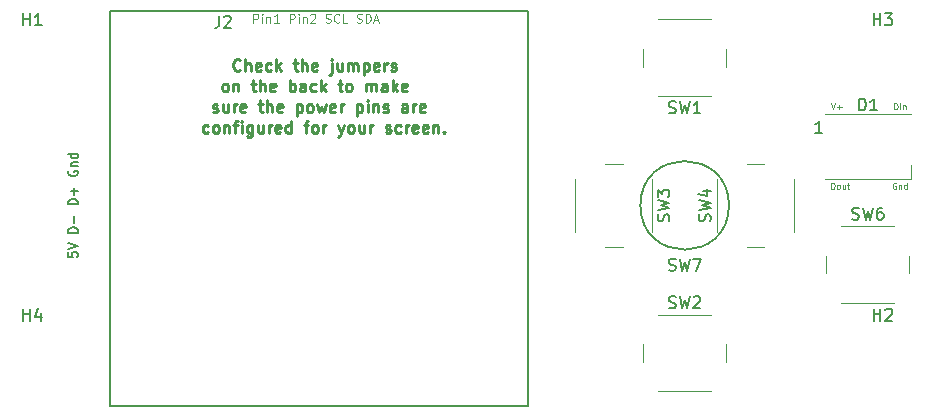
<source format=gbr>
G04 #@! TF.GenerationSoftware,KiCad,Pcbnew,(5.1.5)-3*
G04 #@! TF.CreationDate,2020-06-28T21:27:22-04:00*
G04 #@! TF.ProjectId,V0_Display,56305f44-6973-4706-9c61-792e6b696361,rev?*
G04 #@! TF.SameCoordinates,Original*
G04 #@! TF.FileFunction,Legend,Top*
G04 #@! TF.FilePolarity,Positive*
%FSLAX46Y46*%
G04 Gerber Fmt 4.6, Leading zero omitted, Abs format (unit mm)*
G04 Created by KiCad (PCBNEW (5.1.5)-3) date 2020-06-28 21:27:22*
%MOMM*%
%LPD*%
G04 APERTURE LIST*
%ADD10C,0.250000*%
%ADD11C,0.075000*%
%ADD12C,0.150000*%
%ADD13C,0.100000*%
%ADD14C,0.120000*%
G04 APERTURE END LIST*
D10*
X106803333Y-55662142D02*
X106755714Y-55709761D01*
X106612857Y-55757380D01*
X106517619Y-55757380D01*
X106374761Y-55709761D01*
X106279523Y-55614523D01*
X106231904Y-55519285D01*
X106184285Y-55328809D01*
X106184285Y-55185952D01*
X106231904Y-54995476D01*
X106279523Y-54900238D01*
X106374761Y-54805000D01*
X106517619Y-54757380D01*
X106612857Y-54757380D01*
X106755714Y-54805000D01*
X106803333Y-54852619D01*
X107231904Y-55757380D02*
X107231904Y-54757380D01*
X107660476Y-55757380D02*
X107660476Y-55233571D01*
X107612857Y-55138333D01*
X107517619Y-55090714D01*
X107374761Y-55090714D01*
X107279523Y-55138333D01*
X107231904Y-55185952D01*
X108517619Y-55709761D02*
X108422380Y-55757380D01*
X108231904Y-55757380D01*
X108136666Y-55709761D01*
X108089047Y-55614523D01*
X108089047Y-55233571D01*
X108136666Y-55138333D01*
X108231904Y-55090714D01*
X108422380Y-55090714D01*
X108517619Y-55138333D01*
X108565238Y-55233571D01*
X108565238Y-55328809D01*
X108089047Y-55424047D01*
X109422380Y-55709761D02*
X109327142Y-55757380D01*
X109136666Y-55757380D01*
X109041428Y-55709761D01*
X108993809Y-55662142D01*
X108946190Y-55566904D01*
X108946190Y-55281190D01*
X108993809Y-55185952D01*
X109041428Y-55138333D01*
X109136666Y-55090714D01*
X109327142Y-55090714D01*
X109422380Y-55138333D01*
X109850952Y-55757380D02*
X109850952Y-54757380D01*
X109946190Y-55376428D02*
X110231904Y-55757380D01*
X110231904Y-55090714D02*
X109850952Y-55471666D01*
X111279523Y-55090714D02*
X111660476Y-55090714D01*
X111422380Y-54757380D02*
X111422380Y-55614523D01*
X111470000Y-55709761D01*
X111565238Y-55757380D01*
X111660476Y-55757380D01*
X111993809Y-55757380D02*
X111993809Y-54757380D01*
X112422380Y-55757380D02*
X112422380Y-55233571D01*
X112374761Y-55138333D01*
X112279523Y-55090714D01*
X112136666Y-55090714D01*
X112041428Y-55138333D01*
X111993809Y-55185952D01*
X113279523Y-55709761D02*
X113184285Y-55757380D01*
X112993809Y-55757380D01*
X112898571Y-55709761D01*
X112850952Y-55614523D01*
X112850952Y-55233571D01*
X112898571Y-55138333D01*
X112993809Y-55090714D01*
X113184285Y-55090714D01*
X113279523Y-55138333D01*
X113327142Y-55233571D01*
X113327142Y-55328809D01*
X112850952Y-55424047D01*
X114517619Y-55090714D02*
X114517619Y-55947857D01*
X114470000Y-56043095D01*
X114374761Y-56090714D01*
X114327142Y-56090714D01*
X114517619Y-54757380D02*
X114470000Y-54805000D01*
X114517619Y-54852619D01*
X114565238Y-54805000D01*
X114517619Y-54757380D01*
X114517619Y-54852619D01*
X115422380Y-55090714D02*
X115422380Y-55757380D01*
X114993809Y-55090714D02*
X114993809Y-55614523D01*
X115041428Y-55709761D01*
X115136666Y-55757380D01*
X115279523Y-55757380D01*
X115374761Y-55709761D01*
X115422380Y-55662142D01*
X115898571Y-55757380D02*
X115898571Y-55090714D01*
X115898571Y-55185952D02*
X115946190Y-55138333D01*
X116041428Y-55090714D01*
X116184285Y-55090714D01*
X116279523Y-55138333D01*
X116327142Y-55233571D01*
X116327142Y-55757380D01*
X116327142Y-55233571D02*
X116374761Y-55138333D01*
X116470000Y-55090714D01*
X116612857Y-55090714D01*
X116708095Y-55138333D01*
X116755714Y-55233571D01*
X116755714Y-55757380D01*
X117231904Y-55090714D02*
X117231904Y-56090714D01*
X117231904Y-55138333D02*
X117327142Y-55090714D01*
X117517619Y-55090714D01*
X117612857Y-55138333D01*
X117660476Y-55185952D01*
X117708095Y-55281190D01*
X117708095Y-55566904D01*
X117660476Y-55662142D01*
X117612857Y-55709761D01*
X117517619Y-55757380D01*
X117327142Y-55757380D01*
X117231904Y-55709761D01*
X118517619Y-55709761D02*
X118422380Y-55757380D01*
X118231904Y-55757380D01*
X118136666Y-55709761D01*
X118089047Y-55614523D01*
X118089047Y-55233571D01*
X118136666Y-55138333D01*
X118231904Y-55090714D01*
X118422380Y-55090714D01*
X118517619Y-55138333D01*
X118565238Y-55233571D01*
X118565238Y-55328809D01*
X118089047Y-55424047D01*
X118993809Y-55757380D02*
X118993809Y-55090714D01*
X118993809Y-55281190D02*
X119041428Y-55185952D01*
X119089047Y-55138333D01*
X119184285Y-55090714D01*
X119279523Y-55090714D01*
X119565238Y-55709761D02*
X119660476Y-55757380D01*
X119850952Y-55757380D01*
X119946190Y-55709761D01*
X119993809Y-55614523D01*
X119993809Y-55566904D01*
X119946190Y-55471666D01*
X119850952Y-55424047D01*
X119708095Y-55424047D01*
X119612857Y-55376428D01*
X119565238Y-55281190D01*
X119565238Y-55233571D01*
X119612857Y-55138333D01*
X119708095Y-55090714D01*
X119850952Y-55090714D01*
X119946190Y-55138333D01*
X105446190Y-57507380D02*
X105350952Y-57459761D01*
X105303333Y-57412142D01*
X105255714Y-57316904D01*
X105255714Y-57031190D01*
X105303333Y-56935952D01*
X105350952Y-56888333D01*
X105446190Y-56840714D01*
X105589047Y-56840714D01*
X105684285Y-56888333D01*
X105731904Y-56935952D01*
X105779523Y-57031190D01*
X105779523Y-57316904D01*
X105731904Y-57412142D01*
X105684285Y-57459761D01*
X105589047Y-57507380D01*
X105446190Y-57507380D01*
X106208095Y-56840714D02*
X106208095Y-57507380D01*
X106208095Y-56935952D02*
X106255714Y-56888333D01*
X106350952Y-56840714D01*
X106493809Y-56840714D01*
X106589047Y-56888333D01*
X106636666Y-56983571D01*
X106636666Y-57507380D01*
X107731904Y-56840714D02*
X108112857Y-56840714D01*
X107874761Y-56507380D02*
X107874761Y-57364523D01*
X107922380Y-57459761D01*
X108017619Y-57507380D01*
X108112857Y-57507380D01*
X108446190Y-57507380D02*
X108446190Y-56507380D01*
X108874761Y-57507380D02*
X108874761Y-56983571D01*
X108827142Y-56888333D01*
X108731904Y-56840714D01*
X108589047Y-56840714D01*
X108493809Y-56888333D01*
X108446190Y-56935952D01*
X109731904Y-57459761D02*
X109636666Y-57507380D01*
X109446190Y-57507380D01*
X109350952Y-57459761D01*
X109303333Y-57364523D01*
X109303333Y-56983571D01*
X109350952Y-56888333D01*
X109446190Y-56840714D01*
X109636666Y-56840714D01*
X109731904Y-56888333D01*
X109779523Y-56983571D01*
X109779523Y-57078809D01*
X109303333Y-57174047D01*
X110970000Y-57507380D02*
X110970000Y-56507380D01*
X110970000Y-56888333D02*
X111065238Y-56840714D01*
X111255714Y-56840714D01*
X111350952Y-56888333D01*
X111398571Y-56935952D01*
X111446190Y-57031190D01*
X111446190Y-57316904D01*
X111398571Y-57412142D01*
X111350952Y-57459761D01*
X111255714Y-57507380D01*
X111065238Y-57507380D01*
X110970000Y-57459761D01*
X112303333Y-57507380D02*
X112303333Y-56983571D01*
X112255714Y-56888333D01*
X112160476Y-56840714D01*
X111970000Y-56840714D01*
X111874761Y-56888333D01*
X112303333Y-57459761D02*
X112208095Y-57507380D01*
X111970000Y-57507380D01*
X111874761Y-57459761D01*
X111827142Y-57364523D01*
X111827142Y-57269285D01*
X111874761Y-57174047D01*
X111970000Y-57126428D01*
X112208095Y-57126428D01*
X112303333Y-57078809D01*
X113208095Y-57459761D02*
X113112857Y-57507380D01*
X112922380Y-57507380D01*
X112827142Y-57459761D01*
X112779523Y-57412142D01*
X112731904Y-57316904D01*
X112731904Y-57031190D01*
X112779523Y-56935952D01*
X112827142Y-56888333D01*
X112922380Y-56840714D01*
X113112857Y-56840714D01*
X113208095Y-56888333D01*
X113636666Y-57507380D02*
X113636666Y-56507380D01*
X113731904Y-57126428D02*
X114017619Y-57507380D01*
X114017619Y-56840714D02*
X113636666Y-57221666D01*
X115065238Y-56840714D02*
X115446190Y-56840714D01*
X115208095Y-56507380D02*
X115208095Y-57364523D01*
X115255714Y-57459761D01*
X115350952Y-57507380D01*
X115446190Y-57507380D01*
X115922380Y-57507380D02*
X115827142Y-57459761D01*
X115779523Y-57412142D01*
X115731904Y-57316904D01*
X115731904Y-57031190D01*
X115779523Y-56935952D01*
X115827142Y-56888333D01*
X115922380Y-56840714D01*
X116065238Y-56840714D01*
X116160476Y-56888333D01*
X116208095Y-56935952D01*
X116255714Y-57031190D01*
X116255714Y-57316904D01*
X116208095Y-57412142D01*
X116160476Y-57459761D01*
X116065238Y-57507380D01*
X115922380Y-57507380D01*
X117446190Y-57507380D02*
X117446190Y-56840714D01*
X117446190Y-56935952D02*
X117493809Y-56888333D01*
X117589047Y-56840714D01*
X117731904Y-56840714D01*
X117827142Y-56888333D01*
X117874761Y-56983571D01*
X117874761Y-57507380D01*
X117874761Y-56983571D02*
X117922380Y-56888333D01*
X118017619Y-56840714D01*
X118160476Y-56840714D01*
X118255714Y-56888333D01*
X118303333Y-56983571D01*
X118303333Y-57507380D01*
X119208095Y-57507380D02*
X119208095Y-56983571D01*
X119160476Y-56888333D01*
X119065238Y-56840714D01*
X118874761Y-56840714D01*
X118779523Y-56888333D01*
X119208095Y-57459761D02*
X119112857Y-57507380D01*
X118874761Y-57507380D01*
X118779523Y-57459761D01*
X118731904Y-57364523D01*
X118731904Y-57269285D01*
X118779523Y-57174047D01*
X118874761Y-57126428D01*
X119112857Y-57126428D01*
X119208095Y-57078809D01*
X119684285Y-57507380D02*
X119684285Y-56507380D01*
X119779523Y-57126428D02*
X120065238Y-57507380D01*
X120065238Y-56840714D02*
X119684285Y-57221666D01*
X120874761Y-57459761D02*
X120779523Y-57507380D01*
X120589047Y-57507380D01*
X120493809Y-57459761D01*
X120446190Y-57364523D01*
X120446190Y-56983571D01*
X120493809Y-56888333D01*
X120589047Y-56840714D01*
X120779523Y-56840714D01*
X120874761Y-56888333D01*
X120922380Y-56983571D01*
X120922380Y-57078809D01*
X120446190Y-57174047D01*
X104470000Y-59209761D02*
X104565238Y-59257380D01*
X104755714Y-59257380D01*
X104850952Y-59209761D01*
X104898571Y-59114523D01*
X104898571Y-59066904D01*
X104850952Y-58971666D01*
X104755714Y-58924047D01*
X104612857Y-58924047D01*
X104517619Y-58876428D01*
X104470000Y-58781190D01*
X104470000Y-58733571D01*
X104517619Y-58638333D01*
X104612857Y-58590714D01*
X104755714Y-58590714D01*
X104850952Y-58638333D01*
X105755714Y-58590714D02*
X105755714Y-59257380D01*
X105327142Y-58590714D02*
X105327142Y-59114523D01*
X105374761Y-59209761D01*
X105470000Y-59257380D01*
X105612857Y-59257380D01*
X105708095Y-59209761D01*
X105755714Y-59162142D01*
X106231904Y-59257380D02*
X106231904Y-58590714D01*
X106231904Y-58781190D02*
X106279523Y-58685952D01*
X106327142Y-58638333D01*
X106422380Y-58590714D01*
X106517619Y-58590714D01*
X107231904Y-59209761D02*
X107136666Y-59257380D01*
X106946190Y-59257380D01*
X106850952Y-59209761D01*
X106803333Y-59114523D01*
X106803333Y-58733571D01*
X106850952Y-58638333D01*
X106946190Y-58590714D01*
X107136666Y-58590714D01*
X107231904Y-58638333D01*
X107279523Y-58733571D01*
X107279523Y-58828809D01*
X106803333Y-58924047D01*
X108327142Y-58590714D02*
X108708095Y-58590714D01*
X108470000Y-58257380D02*
X108470000Y-59114523D01*
X108517619Y-59209761D01*
X108612857Y-59257380D01*
X108708095Y-59257380D01*
X109041428Y-59257380D02*
X109041428Y-58257380D01*
X109470000Y-59257380D02*
X109470000Y-58733571D01*
X109422380Y-58638333D01*
X109327142Y-58590714D01*
X109184285Y-58590714D01*
X109089047Y-58638333D01*
X109041428Y-58685952D01*
X110327142Y-59209761D02*
X110231904Y-59257380D01*
X110041428Y-59257380D01*
X109946190Y-59209761D01*
X109898571Y-59114523D01*
X109898571Y-58733571D01*
X109946190Y-58638333D01*
X110041428Y-58590714D01*
X110231904Y-58590714D01*
X110327142Y-58638333D01*
X110374761Y-58733571D01*
X110374761Y-58828809D01*
X109898571Y-58924047D01*
X111565238Y-58590714D02*
X111565238Y-59590714D01*
X111565238Y-58638333D02*
X111660476Y-58590714D01*
X111850952Y-58590714D01*
X111946190Y-58638333D01*
X111993809Y-58685952D01*
X112041428Y-58781190D01*
X112041428Y-59066904D01*
X111993809Y-59162142D01*
X111946190Y-59209761D01*
X111850952Y-59257380D01*
X111660476Y-59257380D01*
X111565238Y-59209761D01*
X112612857Y-59257380D02*
X112517619Y-59209761D01*
X112470000Y-59162142D01*
X112422380Y-59066904D01*
X112422380Y-58781190D01*
X112470000Y-58685952D01*
X112517619Y-58638333D01*
X112612857Y-58590714D01*
X112755714Y-58590714D01*
X112850952Y-58638333D01*
X112898571Y-58685952D01*
X112946190Y-58781190D01*
X112946190Y-59066904D01*
X112898571Y-59162142D01*
X112850952Y-59209761D01*
X112755714Y-59257380D01*
X112612857Y-59257380D01*
X113279523Y-58590714D02*
X113470000Y-59257380D01*
X113660476Y-58781190D01*
X113850952Y-59257380D01*
X114041428Y-58590714D01*
X114803333Y-59209761D02*
X114708095Y-59257380D01*
X114517619Y-59257380D01*
X114422380Y-59209761D01*
X114374761Y-59114523D01*
X114374761Y-58733571D01*
X114422380Y-58638333D01*
X114517619Y-58590714D01*
X114708095Y-58590714D01*
X114803333Y-58638333D01*
X114850952Y-58733571D01*
X114850952Y-58828809D01*
X114374761Y-58924047D01*
X115279523Y-59257380D02*
X115279523Y-58590714D01*
X115279523Y-58781190D02*
X115327142Y-58685952D01*
X115374761Y-58638333D01*
X115470000Y-58590714D01*
X115565238Y-58590714D01*
X116660476Y-58590714D02*
X116660476Y-59590714D01*
X116660476Y-58638333D02*
X116755714Y-58590714D01*
X116946190Y-58590714D01*
X117041428Y-58638333D01*
X117089047Y-58685952D01*
X117136666Y-58781190D01*
X117136666Y-59066904D01*
X117089047Y-59162142D01*
X117041428Y-59209761D01*
X116946190Y-59257380D01*
X116755714Y-59257380D01*
X116660476Y-59209761D01*
X117565238Y-59257380D02*
X117565238Y-58590714D01*
X117565238Y-58257380D02*
X117517619Y-58305000D01*
X117565238Y-58352619D01*
X117612857Y-58305000D01*
X117565238Y-58257380D01*
X117565238Y-58352619D01*
X118041428Y-58590714D02*
X118041428Y-59257380D01*
X118041428Y-58685952D02*
X118089047Y-58638333D01*
X118184285Y-58590714D01*
X118327142Y-58590714D01*
X118422380Y-58638333D01*
X118470000Y-58733571D01*
X118470000Y-59257380D01*
X118898571Y-59209761D02*
X118993809Y-59257380D01*
X119184285Y-59257380D01*
X119279523Y-59209761D01*
X119327142Y-59114523D01*
X119327142Y-59066904D01*
X119279523Y-58971666D01*
X119184285Y-58924047D01*
X119041428Y-58924047D01*
X118946190Y-58876428D01*
X118898571Y-58781190D01*
X118898571Y-58733571D01*
X118946190Y-58638333D01*
X119041428Y-58590714D01*
X119184285Y-58590714D01*
X119279523Y-58638333D01*
X120946190Y-59257380D02*
X120946190Y-58733571D01*
X120898571Y-58638333D01*
X120803333Y-58590714D01*
X120612857Y-58590714D01*
X120517619Y-58638333D01*
X120946190Y-59209761D02*
X120850952Y-59257380D01*
X120612857Y-59257380D01*
X120517619Y-59209761D01*
X120470000Y-59114523D01*
X120470000Y-59019285D01*
X120517619Y-58924047D01*
X120612857Y-58876428D01*
X120850952Y-58876428D01*
X120946190Y-58828809D01*
X121422380Y-59257380D02*
X121422380Y-58590714D01*
X121422380Y-58781190D02*
X121470000Y-58685952D01*
X121517619Y-58638333D01*
X121612857Y-58590714D01*
X121708095Y-58590714D01*
X122422380Y-59209761D02*
X122327142Y-59257380D01*
X122136666Y-59257380D01*
X122041428Y-59209761D01*
X121993809Y-59114523D01*
X121993809Y-58733571D01*
X122041428Y-58638333D01*
X122136666Y-58590714D01*
X122327142Y-58590714D01*
X122422380Y-58638333D01*
X122470000Y-58733571D01*
X122470000Y-58828809D01*
X121993809Y-58924047D01*
X104089047Y-60959761D02*
X103993809Y-61007380D01*
X103803333Y-61007380D01*
X103708095Y-60959761D01*
X103660476Y-60912142D01*
X103612857Y-60816904D01*
X103612857Y-60531190D01*
X103660476Y-60435952D01*
X103708095Y-60388333D01*
X103803333Y-60340714D01*
X103993809Y-60340714D01*
X104089047Y-60388333D01*
X104660476Y-61007380D02*
X104565238Y-60959761D01*
X104517619Y-60912142D01*
X104470000Y-60816904D01*
X104470000Y-60531190D01*
X104517619Y-60435952D01*
X104565238Y-60388333D01*
X104660476Y-60340714D01*
X104803333Y-60340714D01*
X104898571Y-60388333D01*
X104946190Y-60435952D01*
X104993809Y-60531190D01*
X104993809Y-60816904D01*
X104946190Y-60912142D01*
X104898571Y-60959761D01*
X104803333Y-61007380D01*
X104660476Y-61007380D01*
X105422380Y-60340714D02*
X105422380Y-61007380D01*
X105422380Y-60435952D02*
X105470000Y-60388333D01*
X105565238Y-60340714D01*
X105708095Y-60340714D01*
X105803333Y-60388333D01*
X105850952Y-60483571D01*
X105850952Y-61007380D01*
X106184285Y-60340714D02*
X106565238Y-60340714D01*
X106327142Y-61007380D02*
X106327142Y-60150238D01*
X106374761Y-60055000D01*
X106470000Y-60007380D01*
X106565238Y-60007380D01*
X106898571Y-61007380D02*
X106898571Y-60340714D01*
X106898571Y-60007380D02*
X106850952Y-60055000D01*
X106898571Y-60102619D01*
X106946190Y-60055000D01*
X106898571Y-60007380D01*
X106898571Y-60102619D01*
X107803333Y-60340714D02*
X107803333Y-61150238D01*
X107755714Y-61245476D01*
X107708095Y-61293095D01*
X107612857Y-61340714D01*
X107470000Y-61340714D01*
X107374761Y-61293095D01*
X107803333Y-60959761D02*
X107708095Y-61007380D01*
X107517619Y-61007380D01*
X107422380Y-60959761D01*
X107374761Y-60912142D01*
X107327142Y-60816904D01*
X107327142Y-60531190D01*
X107374761Y-60435952D01*
X107422380Y-60388333D01*
X107517619Y-60340714D01*
X107708095Y-60340714D01*
X107803333Y-60388333D01*
X108708095Y-60340714D02*
X108708095Y-61007380D01*
X108279523Y-60340714D02*
X108279523Y-60864523D01*
X108327142Y-60959761D01*
X108422380Y-61007380D01*
X108565238Y-61007380D01*
X108660476Y-60959761D01*
X108708095Y-60912142D01*
X109184285Y-61007380D02*
X109184285Y-60340714D01*
X109184285Y-60531190D02*
X109231904Y-60435952D01*
X109279523Y-60388333D01*
X109374761Y-60340714D01*
X109470000Y-60340714D01*
X110184285Y-60959761D02*
X110089047Y-61007380D01*
X109898571Y-61007380D01*
X109803333Y-60959761D01*
X109755714Y-60864523D01*
X109755714Y-60483571D01*
X109803333Y-60388333D01*
X109898571Y-60340714D01*
X110089047Y-60340714D01*
X110184285Y-60388333D01*
X110231904Y-60483571D01*
X110231904Y-60578809D01*
X109755714Y-60674047D01*
X111089047Y-61007380D02*
X111089047Y-60007380D01*
X111089047Y-60959761D02*
X110993809Y-61007380D01*
X110803333Y-61007380D01*
X110708095Y-60959761D01*
X110660476Y-60912142D01*
X110612857Y-60816904D01*
X110612857Y-60531190D01*
X110660476Y-60435952D01*
X110708095Y-60388333D01*
X110803333Y-60340714D01*
X110993809Y-60340714D01*
X111089047Y-60388333D01*
X112184285Y-60340714D02*
X112565238Y-60340714D01*
X112327142Y-61007380D02*
X112327142Y-60150238D01*
X112374761Y-60055000D01*
X112470000Y-60007380D01*
X112565238Y-60007380D01*
X113041428Y-61007380D02*
X112946190Y-60959761D01*
X112898571Y-60912142D01*
X112850952Y-60816904D01*
X112850952Y-60531190D01*
X112898571Y-60435952D01*
X112946190Y-60388333D01*
X113041428Y-60340714D01*
X113184285Y-60340714D01*
X113279523Y-60388333D01*
X113327142Y-60435952D01*
X113374761Y-60531190D01*
X113374761Y-60816904D01*
X113327142Y-60912142D01*
X113279523Y-60959761D01*
X113184285Y-61007380D01*
X113041428Y-61007380D01*
X113803333Y-61007380D02*
X113803333Y-60340714D01*
X113803333Y-60531190D02*
X113850952Y-60435952D01*
X113898571Y-60388333D01*
X113993809Y-60340714D01*
X114089047Y-60340714D01*
X115089047Y-60340714D02*
X115327142Y-61007380D01*
X115565238Y-60340714D02*
X115327142Y-61007380D01*
X115231904Y-61245476D01*
X115184285Y-61293095D01*
X115089047Y-61340714D01*
X116089047Y-61007380D02*
X115993809Y-60959761D01*
X115946190Y-60912142D01*
X115898571Y-60816904D01*
X115898571Y-60531190D01*
X115946190Y-60435952D01*
X115993809Y-60388333D01*
X116089047Y-60340714D01*
X116231904Y-60340714D01*
X116327142Y-60388333D01*
X116374761Y-60435952D01*
X116422380Y-60531190D01*
X116422380Y-60816904D01*
X116374761Y-60912142D01*
X116327142Y-60959761D01*
X116231904Y-61007380D01*
X116089047Y-61007380D01*
X117279523Y-60340714D02*
X117279523Y-61007380D01*
X116850952Y-60340714D02*
X116850952Y-60864523D01*
X116898571Y-60959761D01*
X116993809Y-61007380D01*
X117136666Y-61007380D01*
X117231904Y-60959761D01*
X117279523Y-60912142D01*
X117755714Y-61007380D02*
X117755714Y-60340714D01*
X117755714Y-60531190D02*
X117803333Y-60435952D01*
X117850952Y-60388333D01*
X117946190Y-60340714D01*
X118041428Y-60340714D01*
X119089047Y-60959761D02*
X119184285Y-61007380D01*
X119374761Y-61007380D01*
X119470000Y-60959761D01*
X119517619Y-60864523D01*
X119517619Y-60816904D01*
X119470000Y-60721666D01*
X119374761Y-60674047D01*
X119231904Y-60674047D01*
X119136666Y-60626428D01*
X119089047Y-60531190D01*
X119089047Y-60483571D01*
X119136666Y-60388333D01*
X119231904Y-60340714D01*
X119374761Y-60340714D01*
X119470000Y-60388333D01*
X120374761Y-60959761D02*
X120279523Y-61007380D01*
X120089047Y-61007380D01*
X119993809Y-60959761D01*
X119946190Y-60912142D01*
X119898571Y-60816904D01*
X119898571Y-60531190D01*
X119946190Y-60435952D01*
X119993809Y-60388333D01*
X120089047Y-60340714D01*
X120279523Y-60340714D01*
X120374761Y-60388333D01*
X120803333Y-61007380D02*
X120803333Y-60340714D01*
X120803333Y-60531190D02*
X120850952Y-60435952D01*
X120898571Y-60388333D01*
X120993809Y-60340714D01*
X121089047Y-60340714D01*
X121803333Y-60959761D02*
X121708095Y-61007380D01*
X121517619Y-61007380D01*
X121422380Y-60959761D01*
X121374761Y-60864523D01*
X121374761Y-60483571D01*
X121422380Y-60388333D01*
X121517619Y-60340714D01*
X121708095Y-60340714D01*
X121803333Y-60388333D01*
X121850952Y-60483571D01*
X121850952Y-60578809D01*
X121374761Y-60674047D01*
X122660476Y-60959761D02*
X122565238Y-61007380D01*
X122374761Y-61007380D01*
X122279523Y-60959761D01*
X122231904Y-60864523D01*
X122231904Y-60483571D01*
X122279523Y-60388333D01*
X122374761Y-60340714D01*
X122565238Y-60340714D01*
X122660476Y-60388333D01*
X122708095Y-60483571D01*
X122708095Y-60578809D01*
X122231904Y-60674047D01*
X123136666Y-60340714D02*
X123136666Y-61007380D01*
X123136666Y-60435952D02*
X123184285Y-60388333D01*
X123279523Y-60340714D01*
X123422380Y-60340714D01*
X123517619Y-60388333D01*
X123565238Y-60483571D01*
X123565238Y-61007380D01*
X124041428Y-60912142D02*
X124089047Y-60959761D01*
X124041428Y-61007380D01*
X123993809Y-60959761D01*
X124041428Y-60912142D01*
X124041428Y-61007380D01*
D11*
X156829809Y-58520190D02*
X156996476Y-59020190D01*
X157163142Y-58520190D01*
X157329809Y-58829714D02*
X157710761Y-58829714D01*
X157520285Y-59020190D02*
X157520285Y-58639238D01*
X162318571Y-65275000D02*
X162270952Y-65251190D01*
X162199523Y-65251190D01*
X162128095Y-65275000D01*
X162080476Y-65322619D01*
X162056666Y-65370238D01*
X162032857Y-65465476D01*
X162032857Y-65536904D01*
X162056666Y-65632142D01*
X162080476Y-65679761D01*
X162128095Y-65727380D01*
X162199523Y-65751190D01*
X162247142Y-65751190D01*
X162318571Y-65727380D01*
X162342380Y-65703571D01*
X162342380Y-65536904D01*
X162247142Y-65536904D01*
X162556666Y-65417857D02*
X162556666Y-65751190D01*
X162556666Y-65465476D02*
X162580476Y-65441666D01*
X162628095Y-65417857D01*
X162699523Y-65417857D01*
X162747142Y-65441666D01*
X162770952Y-65489285D01*
X162770952Y-65751190D01*
X163223333Y-65751190D02*
X163223333Y-65251190D01*
X163223333Y-65727380D02*
X163175714Y-65751190D01*
X163080476Y-65751190D01*
X163032857Y-65727380D01*
X163009047Y-65703571D01*
X162985238Y-65655952D01*
X162985238Y-65513095D01*
X163009047Y-65465476D01*
X163032857Y-65441666D01*
X163080476Y-65417857D01*
X163175714Y-65417857D01*
X163223333Y-65441666D01*
X156833809Y-65751190D02*
X156833809Y-65251190D01*
X156952857Y-65251190D01*
X157024285Y-65275000D01*
X157071904Y-65322619D01*
X157095714Y-65370238D01*
X157119523Y-65465476D01*
X157119523Y-65536904D01*
X157095714Y-65632142D01*
X157071904Y-65679761D01*
X157024285Y-65727380D01*
X156952857Y-65751190D01*
X156833809Y-65751190D01*
X157405238Y-65751190D02*
X157357619Y-65727380D01*
X157333809Y-65703571D01*
X157310000Y-65655952D01*
X157310000Y-65513095D01*
X157333809Y-65465476D01*
X157357619Y-65441666D01*
X157405238Y-65417857D01*
X157476666Y-65417857D01*
X157524285Y-65441666D01*
X157548095Y-65465476D01*
X157571904Y-65513095D01*
X157571904Y-65655952D01*
X157548095Y-65703571D01*
X157524285Y-65727380D01*
X157476666Y-65751190D01*
X157405238Y-65751190D01*
X158000476Y-65417857D02*
X158000476Y-65751190D01*
X157786190Y-65417857D02*
X157786190Y-65679761D01*
X157810000Y-65727380D01*
X157857619Y-65751190D01*
X157929047Y-65751190D01*
X157976666Y-65727380D01*
X158000476Y-65703571D01*
X158167142Y-65417857D02*
X158357619Y-65417857D01*
X158238571Y-65251190D02*
X158238571Y-65679761D01*
X158262380Y-65727380D01*
X158310000Y-65751190D01*
X158357619Y-65751190D01*
X162163809Y-59020190D02*
X162163809Y-58520190D01*
X162282857Y-58520190D01*
X162354285Y-58544000D01*
X162401904Y-58591619D01*
X162425714Y-58639238D01*
X162449523Y-58734476D01*
X162449523Y-58805904D01*
X162425714Y-58901142D01*
X162401904Y-58948761D01*
X162354285Y-58996380D01*
X162282857Y-59020190D01*
X162163809Y-59020190D01*
X162663809Y-59020190D02*
X162663809Y-58686857D01*
X162663809Y-58520190D02*
X162640000Y-58544000D01*
X162663809Y-58567809D01*
X162687619Y-58544000D01*
X162663809Y-58520190D01*
X162663809Y-58567809D01*
X162901904Y-58686857D02*
X162901904Y-59020190D01*
X162901904Y-58734476D02*
X162925714Y-58710666D01*
X162973333Y-58686857D01*
X163044761Y-58686857D01*
X163092380Y-58710666D01*
X163116190Y-58758285D01*
X163116190Y-59020190D01*
D12*
X92231904Y-71130952D02*
X92231904Y-71511904D01*
X92612857Y-71550000D01*
X92574761Y-71511904D01*
X92536666Y-71435714D01*
X92536666Y-71245238D01*
X92574761Y-71169047D01*
X92612857Y-71130952D01*
X92689047Y-71092857D01*
X92879523Y-71092857D01*
X92955714Y-71130952D01*
X92993809Y-71169047D01*
X93031904Y-71245238D01*
X93031904Y-71435714D01*
X92993809Y-71511904D01*
X92955714Y-71550000D01*
X92231904Y-70864285D02*
X93031904Y-70597619D01*
X92231904Y-70330952D01*
X93031904Y-69454761D02*
X92231904Y-69454761D01*
X92231904Y-69264285D01*
X92270000Y-69150000D01*
X92346190Y-69073809D01*
X92422380Y-69035714D01*
X92574761Y-68997619D01*
X92689047Y-68997619D01*
X92841428Y-69035714D01*
X92917619Y-69073809D01*
X92993809Y-69150000D01*
X93031904Y-69264285D01*
X93031904Y-69454761D01*
X92727142Y-68654761D02*
X92727142Y-68045238D01*
X93031904Y-67054761D02*
X92231904Y-67054761D01*
X92231904Y-66864285D01*
X92270000Y-66750000D01*
X92346190Y-66673809D01*
X92422380Y-66635714D01*
X92574761Y-66597619D01*
X92689047Y-66597619D01*
X92841428Y-66635714D01*
X92917619Y-66673809D01*
X92993809Y-66750000D01*
X93031904Y-66864285D01*
X93031904Y-67054761D01*
X92727142Y-66254761D02*
X92727142Y-65645238D01*
X93031904Y-65950000D02*
X92422380Y-65950000D01*
X92270000Y-64235714D02*
X92231904Y-64311904D01*
X92231904Y-64426190D01*
X92270000Y-64540476D01*
X92346190Y-64616666D01*
X92422380Y-64654761D01*
X92574761Y-64692857D01*
X92689047Y-64692857D01*
X92841428Y-64654761D01*
X92917619Y-64616666D01*
X92993809Y-64540476D01*
X93031904Y-64426190D01*
X93031904Y-64350000D01*
X92993809Y-64235714D01*
X92955714Y-64197619D01*
X92689047Y-64197619D01*
X92689047Y-64350000D01*
X92498571Y-63854761D02*
X93031904Y-63854761D01*
X92574761Y-63854761D02*
X92536666Y-63816666D01*
X92498571Y-63740476D01*
X92498571Y-63626190D01*
X92536666Y-63550000D01*
X92612857Y-63511904D01*
X93031904Y-63511904D01*
X93031904Y-62788095D02*
X92231904Y-62788095D01*
X92993809Y-62788095D02*
X93031904Y-62864285D01*
X93031904Y-63016666D01*
X92993809Y-63092857D01*
X92955714Y-63130952D01*
X92879523Y-63169047D01*
X92650952Y-63169047D01*
X92574761Y-63130952D01*
X92536666Y-63092857D01*
X92498571Y-63016666D01*
X92498571Y-62864285D01*
X92536666Y-62788095D01*
D13*
X107902142Y-51687285D02*
X107902142Y-50937285D01*
X108187857Y-50937285D01*
X108259285Y-50973000D01*
X108295000Y-51008714D01*
X108330714Y-51080142D01*
X108330714Y-51187285D01*
X108295000Y-51258714D01*
X108259285Y-51294428D01*
X108187857Y-51330142D01*
X107902142Y-51330142D01*
X108652142Y-51687285D02*
X108652142Y-51187285D01*
X108652142Y-50937285D02*
X108616428Y-50973000D01*
X108652142Y-51008714D01*
X108687857Y-50973000D01*
X108652142Y-50937285D01*
X108652142Y-51008714D01*
X109009285Y-51187285D02*
X109009285Y-51687285D01*
X109009285Y-51258714D02*
X109045000Y-51223000D01*
X109116428Y-51187285D01*
X109223571Y-51187285D01*
X109295000Y-51223000D01*
X109330714Y-51294428D01*
X109330714Y-51687285D01*
X110080714Y-51687285D02*
X109652142Y-51687285D01*
X109866428Y-51687285D02*
X109866428Y-50937285D01*
X109795000Y-51044428D01*
X109723571Y-51115857D01*
X109652142Y-51151571D01*
X110973571Y-51687285D02*
X110973571Y-50937285D01*
X111259285Y-50937285D01*
X111330714Y-50973000D01*
X111366428Y-51008714D01*
X111402142Y-51080142D01*
X111402142Y-51187285D01*
X111366428Y-51258714D01*
X111330714Y-51294428D01*
X111259285Y-51330142D01*
X110973571Y-51330142D01*
X111723571Y-51687285D02*
X111723571Y-51187285D01*
X111723571Y-50937285D02*
X111687857Y-50973000D01*
X111723571Y-51008714D01*
X111759285Y-50973000D01*
X111723571Y-50937285D01*
X111723571Y-51008714D01*
X112080714Y-51187285D02*
X112080714Y-51687285D01*
X112080714Y-51258714D02*
X112116428Y-51223000D01*
X112187857Y-51187285D01*
X112295000Y-51187285D01*
X112366428Y-51223000D01*
X112402142Y-51294428D01*
X112402142Y-51687285D01*
X112723571Y-51008714D02*
X112759285Y-50973000D01*
X112830714Y-50937285D01*
X113009285Y-50937285D01*
X113080714Y-50973000D01*
X113116428Y-51008714D01*
X113152142Y-51080142D01*
X113152142Y-51151571D01*
X113116428Y-51258714D01*
X112687857Y-51687285D01*
X113152142Y-51687285D01*
X114009285Y-51651571D02*
X114116428Y-51687285D01*
X114295000Y-51687285D01*
X114366428Y-51651571D01*
X114402142Y-51615857D01*
X114437857Y-51544428D01*
X114437857Y-51473000D01*
X114402142Y-51401571D01*
X114366428Y-51365857D01*
X114295000Y-51330142D01*
X114152142Y-51294428D01*
X114080714Y-51258714D01*
X114045000Y-51223000D01*
X114009285Y-51151571D01*
X114009285Y-51080142D01*
X114045000Y-51008714D01*
X114080714Y-50973000D01*
X114152142Y-50937285D01*
X114330714Y-50937285D01*
X114437857Y-50973000D01*
X115187857Y-51615857D02*
X115152142Y-51651571D01*
X115045000Y-51687285D01*
X114973571Y-51687285D01*
X114866428Y-51651571D01*
X114795000Y-51580142D01*
X114759285Y-51508714D01*
X114723571Y-51365857D01*
X114723571Y-51258714D01*
X114759285Y-51115857D01*
X114795000Y-51044428D01*
X114866428Y-50973000D01*
X114973571Y-50937285D01*
X115045000Y-50937285D01*
X115152142Y-50973000D01*
X115187857Y-51008714D01*
X115866428Y-51687285D02*
X115509285Y-51687285D01*
X115509285Y-50937285D01*
X116652142Y-51651571D02*
X116759285Y-51687285D01*
X116937857Y-51687285D01*
X117009285Y-51651571D01*
X117045000Y-51615857D01*
X117080714Y-51544428D01*
X117080714Y-51473000D01*
X117045000Y-51401571D01*
X117009285Y-51365857D01*
X116937857Y-51330142D01*
X116795000Y-51294428D01*
X116723571Y-51258714D01*
X116687857Y-51223000D01*
X116652142Y-51151571D01*
X116652142Y-51080142D01*
X116687857Y-51008714D01*
X116723571Y-50973000D01*
X116795000Y-50937285D01*
X116973571Y-50937285D01*
X117080714Y-50973000D01*
X117402142Y-51687285D02*
X117402142Y-50937285D01*
X117580714Y-50937285D01*
X117687857Y-50973000D01*
X117759285Y-51044428D01*
X117795000Y-51115857D01*
X117830714Y-51258714D01*
X117830714Y-51365857D01*
X117795000Y-51508714D01*
X117759285Y-51580142D01*
X117687857Y-51651571D01*
X117580714Y-51687285D01*
X117402142Y-51687285D01*
X118116428Y-51473000D02*
X118473571Y-51473000D01*
X118045000Y-51687285D02*
X118295000Y-50937285D01*
X118545000Y-51687285D01*
D14*
X163570000Y-64900000D02*
X163570000Y-63750000D01*
X156270000Y-64900000D02*
X163570000Y-64900000D01*
X156270000Y-59400000D02*
X163570000Y-59400000D01*
D12*
X148170000Y-67150000D02*
G75*
G03X148170000Y-67150000I-3750000J0D01*
G01*
X95770000Y-84150000D02*
X131170000Y-84150000D01*
X95770000Y-50650000D02*
X131170000Y-50650000D01*
X95770000Y-50650000D02*
X95770000Y-84150000D01*
X131170000Y-50650000D02*
X131170000Y-84150000D01*
D14*
X163420000Y-72900000D02*
X163420000Y-71400000D01*
X162170000Y-68900000D02*
X157670000Y-68900000D01*
X156420000Y-71400000D02*
X156420000Y-72900000D01*
X157670000Y-75400000D02*
X162170000Y-75400000D01*
X151170000Y-63650000D02*
X149670000Y-63650000D01*
X147170000Y-64900000D02*
X147170000Y-69400000D01*
X149670000Y-70650000D02*
X151170000Y-70650000D01*
X153670000Y-69400000D02*
X153670000Y-64900000D01*
X137670000Y-70650000D02*
X139170000Y-70650000D01*
X141670000Y-69400000D02*
X141670000Y-64900000D01*
X139170000Y-63650000D02*
X137670000Y-63650000D01*
X135170000Y-64900000D02*
X135170000Y-69400000D01*
X147920000Y-80400000D02*
X147920000Y-78900000D01*
X146670000Y-76400000D02*
X142170000Y-76400000D01*
X140920000Y-78900000D02*
X140920000Y-80400000D01*
X142170000Y-82900000D02*
X146670000Y-82900000D01*
X140920000Y-53900000D02*
X140920000Y-55400000D01*
X142170000Y-57900000D02*
X146670000Y-57900000D01*
X147920000Y-55400000D02*
X147920000Y-53900000D01*
X146670000Y-51400000D02*
X142170000Y-51400000D01*
D12*
X159181904Y-59102380D02*
X159181904Y-58102380D01*
X159420000Y-58102380D01*
X159562857Y-58150000D01*
X159658095Y-58245238D01*
X159705714Y-58340476D01*
X159753333Y-58530952D01*
X159753333Y-58673809D01*
X159705714Y-58864285D01*
X159658095Y-58959523D01*
X159562857Y-59054761D01*
X159420000Y-59102380D01*
X159181904Y-59102380D01*
X160705714Y-59102380D02*
X160134285Y-59102380D01*
X160420000Y-59102380D02*
X160420000Y-58102380D01*
X160324761Y-58245238D01*
X160229523Y-58340476D01*
X160134285Y-58388095D01*
X156055714Y-61002380D02*
X155484285Y-61002380D01*
X155770000Y-61002380D02*
X155770000Y-60002380D01*
X155674761Y-60145238D01*
X155579523Y-60240476D01*
X155484285Y-60288095D01*
X143086666Y-72634761D02*
X143229523Y-72682380D01*
X143467619Y-72682380D01*
X143562857Y-72634761D01*
X143610476Y-72587142D01*
X143658095Y-72491904D01*
X143658095Y-72396666D01*
X143610476Y-72301428D01*
X143562857Y-72253809D01*
X143467619Y-72206190D01*
X143277142Y-72158571D01*
X143181904Y-72110952D01*
X143134285Y-72063333D01*
X143086666Y-71968095D01*
X143086666Y-71872857D01*
X143134285Y-71777619D01*
X143181904Y-71730000D01*
X143277142Y-71682380D01*
X143515238Y-71682380D01*
X143658095Y-71730000D01*
X143991428Y-71682380D02*
X144229523Y-72682380D01*
X144420000Y-71968095D01*
X144610476Y-72682380D01*
X144848571Y-71682380D01*
X145134285Y-71682380D02*
X145800952Y-71682380D01*
X145372380Y-72682380D01*
X105004666Y-51108380D02*
X105004666Y-51822666D01*
X104957047Y-51965523D01*
X104861809Y-52060761D01*
X104718952Y-52108380D01*
X104623714Y-52108380D01*
X105433238Y-51203619D02*
X105480857Y-51156000D01*
X105576095Y-51108380D01*
X105814190Y-51108380D01*
X105909428Y-51156000D01*
X105957047Y-51203619D01*
X106004666Y-51298857D01*
X106004666Y-51394095D01*
X105957047Y-51536952D01*
X105385619Y-52108380D01*
X106004666Y-52108380D01*
X158586666Y-68304761D02*
X158729523Y-68352380D01*
X158967619Y-68352380D01*
X159062857Y-68304761D01*
X159110476Y-68257142D01*
X159158095Y-68161904D01*
X159158095Y-68066666D01*
X159110476Y-67971428D01*
X159062857Y-67923809D01*
X158967619Y-67876190D01*
X158777142Y-67828571D01*
X158681904Y-67780952D01*
X158634285Y-67733333D01*
X158586666Y-67638095D01*
X158586666Y-67542857D01*
X158634285Y-67447619D01*
X158681904Y-67400000D01*
X158777142Y-67352380D01*
X159015238Y-67352380D01*
X159158095Y-67400000D01*
X159491428Y-67352380D02*
X159729523Y-68352380D01*
X159920000Y-67638095D01*
X160110476Y-68352380D01*
X160348571Y-67352380D01*
X161158095Y-67352380D02*
X160967619Y-67352380D01*
X160872380Y-67400000D01*
X160824761Y-67447619D01*
X160729523Y-67590476D01*
X160681904Y-67780952D01*
X160681904Y-68161904D01*
X160729523Y-68257142D01*
X160777142Y-68304761D01*
X160872380Y-68352380D01*
X161062857Y-68352380D01*
X161158095Y-68304761D01*
X161205714Y-68257142D01*
X161253333Y-68161904D01*
X161253333Y-67923809D01*
X161205714Y-67828571D01*
X161158095Y-67780952D01*
X161062857Y-67733333D01*
X160872380Y-67733333D01*
X160777142Y-67780952D01*
X160729523Y-67828571D01*
X160681904Y-67923809D01*
X146574761Y-68483333D02*
X146622380Y-68340476D01*
X146622380Y-68102380D01*
X146574761Y-68007142D01*
X146527142Y-67959523D01*
X146431904Y-67911904D01*
X146336666Y-67911904D01*
X146241428Y-67959523D01*
X146193809Y-68007142D01*
X146146190Y-68102380D01*
X146098571Y-68292857D01*
X146050952Y-68388095D01*
X146003333Y-68435714D01*
X145908095Y-68483333D01*
X145812857Y-68483333D01*
X145717619Y-68435714D01*
X145670000Y-68388095D01*
X145622380Y-68292857D01*
X145622380Y-68054761D01*
X145670000Y-67911904D01*
X145622380Y-67578571D02*
X146622380Y-67340476D01*
X145908095Y-67150000D01*
X146622380Y-66959523D01*
X145622380Y-66721428D01*
X145955714Y-65911904D02*
X146622380Y-65911904D01*
X145574761Y-66150000D02*
X146289047Y-66388095D01*
X146289047Y-65769047D01*
X143074761Y-68483333D02*
X143122380Y-68340476D01*
X143122380Y-68102380D01*
X143074761Y-68007142D01*
X143027142Y-67959523D01*
X142931904Y-67911904D01*
X142836666Y-67911904D01*
X142741428Y-67959523D01*
X142693809Y-68007142D01*
X142646190Y-68102380D01*
X142598571Y-68292857D01*
X142550952Y-68388095D01*
X142503333Y-68435714D01*
X142408095Y-68483333D01*
X142312857Y-68483333D01*
X142217619Y-68435714D01*
X142170000Y-68388095D01*
X142122380Y-68292857D01*
X142122380Y-68054761D01*
X142170000Y-67911904D01*
X142122380Y-67578571D02*
X143122380Y-67340476D01*
X142408095Y-67150000D01*
X143122380Y-66959523D01*
X142122380Y-66721428D01*
X142122380Y-66435714D02*
X142122380Y-65816666D01*
X142503333Y-66150000D01*
X142503333Y-66007142D01*
X142550952Y-65911904D01*
X142598571Y-65864285D01*
X142693809Y-65816666D01*
X142931904Y-65816666D01*
X143027142Y-65864285D01*
X143074761Y-65911904D01*
X143122380Y-66007142D01*
X143122380Y-66292857D01*
X143074761Y-66388095D01*
X143027142Y-66435714D01*
X143086666Y-75804761D02*
X143229523Y-75852380D01*
X143467619Y-75852380D01*
X143562857Y-75804761D01*
X143610476Y-75757142D01*
X143658095Y-75661904D01*
X143658095Y-75566666D01*
X143610476Y-75471428D01*
X143562857Y-75423809D01*
X143467619Y-75376190D01*
X143277142Y-75328571D01*
X143181904Y-75280952D01*
X143134285Y-75233333D01*
X143086666Y-75138095D01*
X143086666Y-75042857D01*
X143134285Y-74947619D01*
X143181904Y-74900000D01*
X143277142Y-74852380D01*
X143515238Y-74852380D01*
X143658095Y-74900000D01*
X143991428Y-74852380D02*
X144229523Y-75852380D01*
X144420000Y-75138095D01*
X144610476Y-75852380D01*
X144848571Y-74852380D01*
X145181904Y-74947619D02*
X145229523Y-74900000D01*
X145324761Y-74852380D01*
X145562857Y-74852380D01*
X145658095Y-74900000D01*
X145705714Y-74947619D01*
X145753333Y-75042857D01*
X145753333Y-75138095D01*
X145705714Y-75280952D01*
X145134285Y-75852380D01*
X145753333Y-75852380D01*
X143086666Y-59304761D02*
X143229523Y-59352380D01*
X143467619Y-59352380D01*
X143562857Y-59304761D01*
X143610476Y-59257142D01*
X143658095Y-59161904D01*
X143658095Y-59066666D01*
X143610476Y-58971428D01*
X143562857Y-58923809D01*
X143467619Y-58876190D01*
X143277142Y-58828571D01*
X143181904Y-58780952D01*
X143134285Y-58733333D01*
X143086666Y-58638095D01*
X143086666Y-58542857D01*
X143134285Y-58447619D01*
X143181904Y-58400000D01*
X143277142Y-58352380D01*
X143515238Y-58352380D01*
X143658095Y-58400000D01*
X143991428Y-58352380D02*
X144229523Y-59352380D01*
X144420000Y-58638095D01*
X144610476Y-59352380D01*
X144848571Y-58352380D01*
X145753333Y-59352380D02*
X145181904Y-59352380D01*
X145467619Y-59352380D02*
X145467619Y-58352380D01*
X145372380Y-58495238D01*
X145277142Y-58590476D01*
X145181904Y-58638095D01*
X88408095Y-76902380D02*
X88408095Y-75902380D01*
X88408095Y-76378571D02*
X88979523Y-76378571D01*
X88979523Y-76902380D02*
X88979523Y-75902380D01*
X89884285Y-76235714D02*
X89884285Y-76902380D01*
X89646190Y-75854761D02*
X89408095Y-76569047D01*
X90027142Y-76569047D01*
X160408095Y-51902380D02*
X160408095Y-50902380D01*
X160408095Y-51378571D02*
X160979523Y-51378571D01*
X160979523Y-51902380D02*
X160979523Y-50902380D01*
X161360476Y-50902380D02*
X161979523Y-50902380D01*
X161646190Y-51283333D01*
X161789047Y-51283333D01*
X161884285Y-51330952D01*
X161931904Y-51378571D01*
X161979523Y-51473809D01*
X161979523Y-51711904D01*
X161931904Y-51807142D01*
X161884285Y-51854761D01*
X161789047Y-51902380D01*
X161503333Y-51902380D01*
X161408095Y-51854761D01*
X161360476Y-51807142D01*
X160408095Y-76902380D02*
X160408095Y-75902380D01*
X160408095Y-76378571D02*
X160979523Y-76378571D01*
X160979523Y-76902380D02*
X160979523Y-75902380D01*
X161408095Y-75997619D02*
X161455714Y-75950000D01*
X161550952Y-75902380D01*
X161789047Y-75902380D01*
X161884285Y-75950000D01*
X161931904Y-75997619D01*
X161979523Y-76092857D01*
X161979523Y-76188095D01*
X161931904Y-76330952D01*
X161360476Y-76902380D01*
X161979523Y-76902380D01*
X88408095Y-51902380D02*
X88408095Y-50902380D01*
X88408095Y-51378571D02*
X88979523Y-51378571D01*
X88979523Y-51902380D02*
X88979523Y-50902380D01*
X89979523Y-51902380D02*
X89408095Y-51902380D01*
X89693809Y-51902380D02*
X89693809Y-50902380D01*
X89598571Y-51045238D01*
X89503333Y-51140476D01*
X89408095Y-51188095D01*
M02*

</source>
